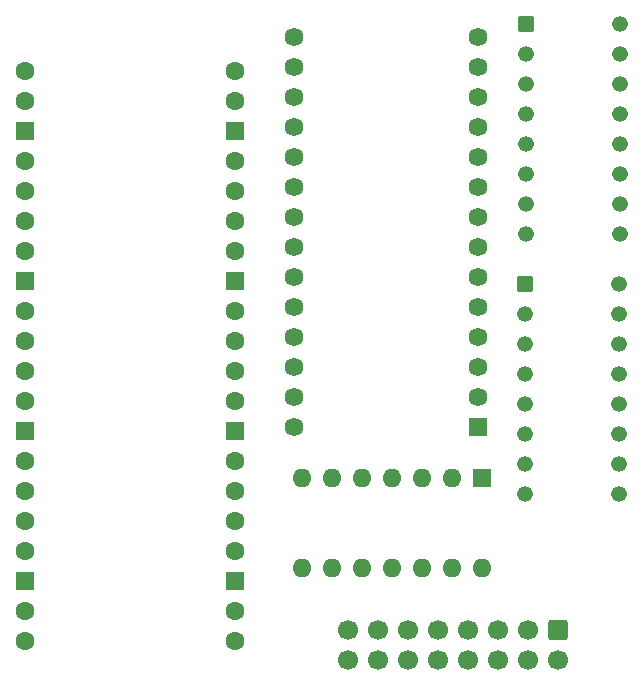
<source format=gts>
G04 #@! TF.GenerationSoftware,KiCad,Pcbnew,8.0.0*
G04 #@! TF.CreationDate,2024-04-22T20:14:39-05:00*
G04 #@! TF.ProjectId,SensorModuleBase,53656e73-6f72-44d6-9f64-756c65426173,rev?*
G04 #@! TF.SameCoordinates,Original*
G04 #@! TF.FileFunction,Soldermask,Top*
G04 #@! TF.FilePolarity,Negative*
%FSLAX46Y46*%
G04 Gerber Fmt 4.6, Leading zero omitted, Abs format (unit mm)*
G04 Created by KiCad (PCBNEW 8.0.0) date 2024-04-22 20:14:39*
%MOMM*%
%LPD*%
G01*
G04 APERTURE LIST*
G04 Aperture macros list*
%AMRoundRect*
0 Rectangle with rounded corners*
0 $1 Rounding radius*
0 $2 $3 $4 $5 $6 $7 $8 $9 X,Y pos of 4 corners*
0 Add a 4 corners polygon primitive as box body*
4,1,4,$2,$3,$4,$5,$6,$7,$8,$9,$2,$3,0*
0 Add four circle primitives for the rounded corners*
1,1,$1+$1,$2,$3*
1,1,$1+$1,$4,$5*
1,1,$1+$1,$6,$7*
1,1,$1+$1,$8,$9*
0 Add four rect primitives between the rounded corners*
20,1,$1+$1,$2,$3,$4,$5,0*
20,1,$1+$1,$4,$5,$6,$7,0*
20,1,$1+$1,$6,$7,$8,$9,0*
20,1,$1+$1,$8,$9,$2,$3,0*%
G04 Aperture macros list end*
%ADD10R,1.600000X1.600000*%
%ADD11O,1.600000X1.600000*%
%ADD12C,1.600000*%
%ADD13RoundRect,0.200000X-0.600000X-0.600000X0.600000X-0.600000X0.600000X0.600000X-0.600000X0.600000X0*%
%ADD14RoundRect,0.102000X0.689000X0.689000X-0.689000X0.689000X-0.689000X-0.689000X0.689000X-0.689000X0*%
%ADD15C,1.582000*%
%ADD16RoundRect,0.102000X-0.565000X-0.565000X0.565000X-0.565000X0.565000X0.565000X-0.565000X0.565000X0*%
%ADD17C,1.334000*%
%ADD18RoundRect,0.250000X-0.600000X0.600000X-0.600000X-0.600000X0.600000X-0.600000X0.600000X0.600000X0*%
%ADD19C,1.700000*%
G04 APERTURE END LIST*
D10*
G04 #@! TO.C,U2*
X153282916Y-97154934D03*
D11*
X150742916Y-97154934D03*
X148202916Y-97154934D03*
X145662916Y-97154934D03*
X143122916Y-97154934D03*
X140582916Y-97154934D03*
X138042916Y-97154934D03*
X138042916Y-104774934D03*
X140582916Y-104774934D03*
X143122916Y-104774934D03*
X145662916Y-104774934D03*
X148202916Y-104774934D03*
X150742916Y-104774934D03*
X153282916Y-104774934D03*
G04 #@! TD*
D12*
G04 #@! TO.C,A1*
X114610000Y-62720000D03*
X114610000Y-65260000D03*
D13*
X114610000Y-67800000D03*
D12*
X114610000Y-70340000D03*
X114610000Y-72880000D03*
X114610000Y-75420000D03*
X114610000Y-77960000D03*
D13*
X114610000Y-80500000D03*
D12*
X114610000Y-83040000D03*
X114610000Y-85580000D03*
X114610000Y-88120000D03*
X114610000Y-90660000D03*
D13*
X114610000Y-93200000D03*
D12*
X114610000Y-95740000D03*
X114610000Y-98280000D03*
X114651881Y-100820000D03*
X114610000Y-103360000D03*
D13*
X114610000Y-105900000D03*
D12*
X114610000Y-108440000D03*
X114610000Y-110980000D03*
X132390000Y-110980000D03*
X132390000Y-108440000D03*
D13*
X132390000Y-105900000D03*
D12*
X132390000Y-103360000D03*
X132390000Y-100820000D03*
X132390000Y-98280000D03*
X132390000Y-95740000D03*
D13*
X132390000Y-93200000D03*
D12*
X132390000Y-90660000D03*
X132390000Y-88120000D03*
X132390000Y-85580000D03*
X132390000Y-83040000D03*
D13*
X132390000Y-80500000D03*
D12*
X132390000Y-77960000D03*
X132390000Y-75420000D03*
X132390000Y-72880000D03*
X132390000Y-70340000D03*
D13*
X132390000Y-67800000D03*
D12*
X132390000Y-65260000D03*
X132390000Y-62720000D03*
G04 #@! TD*
D14*
G04 #@! TO.C,U1*
X153000000Y-92860000D03*
D15*
X153000000Y-90320000D03*
X153000000Y-87780000D03*
X153000000Y-85240000D03*
X153000000Y-82700000D03*
X153000000Y-80160000D03*
X153000000Y-77620000D03*
X153000000Y-75080000D03*
X153000000Y-72540000D03*
X153000000Y-70000000D03*
X153000000Y-67460000D03*
X153000000Y-64920000D03*
X153000000Y-62380000D03*
X153000000Y-59840000D03*
X137442500Y-59840000D03*
X137442500Y-62380000D03*
X137442500Y-64920000D03*
X137442500Y-67460000D03*
X137442500Y-70000000D03*
X137442500Y-72540000D03*
X137442500Y-75080000D03*
X137442500Y-77620000D03*
X137442500Y-80160000D03*
X137442500Y-82700000D03*
X137442500Y-85240000D03*
X137442500Y-87780000D03*
X137442500Y-90320000D03*
X137442500Y-92860000D03*
G04 #@! TD*
D16*
G04 #@! TO.C,U3*
X157030000Y-58760000D03*
D17*
X157030000Y-61300000D03*
X157030000Y-63840000D03*
X157030000Y-66380000D03*
X157030000Y-68920000D03*
X157030000Y-71460000D03*
X157030000Y-74000000D03*
X157030000Y-76540000D03*
X164970000Y-76540000D03*
X164970000Y-74000000D03*
X164970000Y-71460000D03*
X164970000Y-68920000D03*
X164970000Y-66380000D03*
X164970000Y-63840000D03*
X164970000Y-61300000D03*
X164970000Y-58760000D03*
G04 #@! TD*
D16*
G04 #@! TO.C,U4*
X156985000Y-80760000D03*
D17*
X156985000Y-83300000D03*
X156985000Y-85840000D03*
X156985000Y-88380000D03*
X156985000Y-90920000D03*
X156985000Y-93460000D03*
X156985000Y-96000000D03*
X156985000Y-98540000D03*
X164925000Y-98540000D03*
X164925000Y-96000000D03*
X164925000Y-93460000D03*
X164925000Y-90920000D03*
X164925000Y-88380000D03*
X164925000Y-85840000D03*
X164925000Y-83300000D03*
X164925000Y-80760000D03*
G04 #@! TD*
D18*
G04 #@! TO.C,J1*
X159780000Y-110000000D03*
D19*
X159780000Y-112540000D03*
X157240000Y-110000000D03*
X157240000Y-112540000D03*
X154700000Y-110000000D03*
X154700000Y-112540000D03*
X152160000Y-110000000D03*
X152160000Y-112540000D03*
X149620000Y-110000000D03*
X149620000Y-112540000D03*
X147080000Y-110000000D03*
X147080000Y-112540000D03*
X144540000Y-110000000D03*
X144540000Y-112540000D03*
X142000000Y-110000000D03*
X142000000Y-112540000D03*
G04 #@! TD*
M02*

</source>
